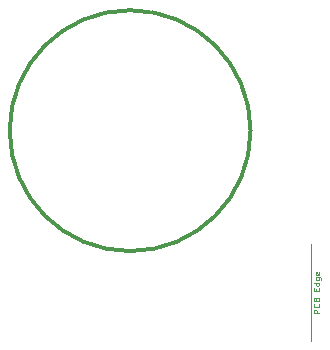
<source format=gbr>
%TF.GenerationSoftware,KiCad,Pcbnew,(5.1.10)-1*%
%TF.CreationDate,2021-12-27T13:21:28+01:00*%
%TF.ProjectId,LORA_ATTINY_v3,4c4f5241-5f41-4545-9449-4e595f76332e,rev?*%
%TF.SameCoordinates,Original*%
%TF.FileFunction,OtherDrawing,Comment*%
%FSLAX46Y46*%
G04 Gerber Fmt 4.6, Leading zero omitted, Abs format (unit mm)*
G04 Created by KiCad (PCBNEW (5.1.10)-1) date 2021-12-27 13:21:28*
%MOMM*%
%LPD*%
G01*
G04 APERTURE LIST*
%ADD10C,0.100000*%
%ADD11C,0.300000*%
G04 APERTURE END LIST*
D10*
%TO.C,ANT1*%
X86174000Y-70576000D02*
X86174000Y-78776000D01*
D11*
%TO.C,BAT1*%
X81066000Y-60960000D02*
G75*
G03*
X81066000Y-60960000I-10200000J0D01*
G01*
%TD*%
%TO.C,ANT1*%
D10*
X86900190Y-76390285D02*
X86400190Y-76390285D01*
X86400190Y-76199809D01*
X86424000Y-76152190D01*
X86447809Y-76128380D01*
X86495428Y-76104571D01*
X86566857Y-76104571D01*
X86614476Y-76128380D01*
X86638285Y-76152190D01*
X86662095Y-76199809D01*
X86662095Y-76390285D01*
X86852571Y-75604571D02*
X86876380Y-75628380D01*
X86900190Y-75699809D01*
X86900190Y-75747428D01*
X86876380Y-75818857D01*
X86828761Y-75866476D01*
X86781142Y-75890285D01*
X86685904Y-75914095D01*
X86614476Y-75914095D01*
X86519238Y-75890285D01*
X86471619Y-75866476D01*
X86424000Y-75818857D01*
X86400190Y-75747428D01*
X86400190Y-75699809D01*
X86424000Y-75628380D01*
X86447809Y-75604571D01*
X86638285Y-75223619D02*
X86662095Y-75152190D01*
X86685904Y-75128380D01*
X86733523Y-75104571D01*
X86804952Y-75104571D01*
X86852571Y-75128380D01*
X86876380Y-75152190D01*
X86900190Y-75199809D01*
X86900190Y-75390285D01*
X86400190Y-75390285D01*
X86400190Y-75223619D01*
X86424000Y-75176000D01*
X86447809Y-75152190D01*
X86495428Y-75128380D01*
X86543047Y-75128380D01*
X86590666Y-75152190D01*
X86614476Y-75176000D01*
X86638285Y-75223619D01*
X86638285Y-75390285D01*
X86638285Y-74509333D02*
X86638285Y-74342666D01*
X86900190Y-74271238D02*
X86900190Y-74509333D01*
X86400190Y-74509333D01*
X86400190Y-74271238D01*
X86900190Y-73842666D02*
X86400190Y-73842666D01*
X86876380Y-73842666D02*
X86900190Y-73890285D01*
X86900190Y-73985523D01*
X86876380Y-74033142D01*
X86852571Y-74056952D01*
X86804952Y-74080761D01*
X86662095Y-74080761D01*
X86614476Y-74056952D01*
X86590666Y-74033142D01*
X86566857Y-73985523D01*
X86566857Y-73890285D01*
X86590666Y-73842666D01*
X86566857Y-73390285D02*
X86971619Y-73390285D01*
X87019238Y-73414095D01*
X87043047Y-73437904D01*
X87066857Y-73485523D01*
X87066857Y-73556952D01*
X87043047Y-73604571D01*
X86876380Y-73390285D02*
X86900190Y-73437904D01*
X86900190Y-73533142D01*
X86876380Y-73580761D01*
X86852571Y-73604571D01*
X86804952Y-73628380D01*
X86662095Y-73628380D01*
X86614476Y-73604571D01*
X86590666Y-73580761D01*
X86566857Y-73533142D01*
X86566857Y-73437904D01*
X86590666Y-73390285D01*
X86876380Y-72961714D02*
X86900190Y-73009333D01*
X86900190Y-73104571D01*
X86876380Y-73152190D01*
X86828761Y-73176000D01*
X86638285Y-73176000D01*
X86590666Y-73152190D01*
X86566857Y-73104571D01*
X86566857Y-73009333D01*
X86590666Y-72961714D01*
X86638285Y-72937904D01*
X86685904Y-72937904D01*
X86733523Y-73176000D01*
%TD*%
M02*

</source>
